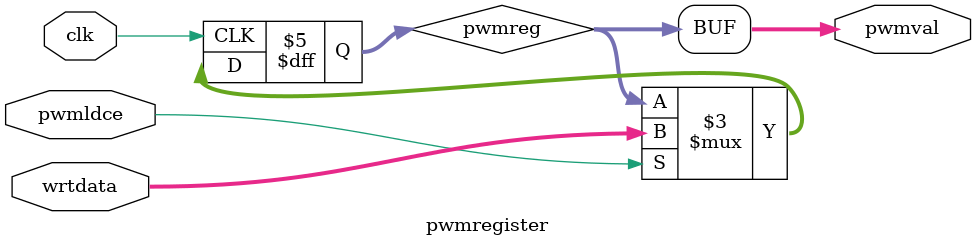
<source format=v>
module pwmregister(
  output [7:0] pwmval,
  input clk,
  input pwmldce,
  input [7:0] wrtdata);
  reg [7:0] pwmreg = 8'h00;
  assign pwmval = pwmreg;
  always@(posedge clk) begin
    if(pwmldce) begin
      pwmreg <= wrtdata;
    end
  end 
endmodule
</source>
